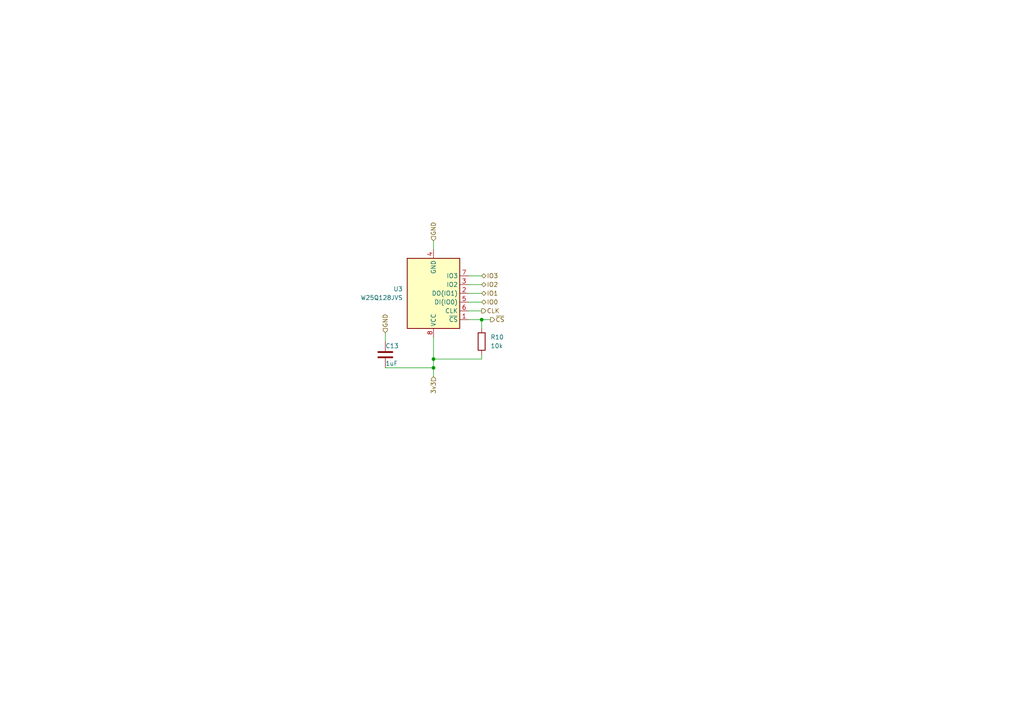
<source format=kicad_sch>
(kicad_sch (version 20230121) (generator eeschema)
  (paper "A4")
  (lib_symbols
    (symbol "Device:C" (pin_numbers hide) (pin_names (offset 0.254))
      (property "Reference" "C" (at 0.635 2.54 0))
      (property "Value" "C" (at 0.635 -2.54 0))
      (symbol "C_0_1"
        (polyline (pts (xy -2.032 -0.762) (xy 2.032 -0.762)) (stroke (width 0.508)))
        (polyline (pts (xy -2.032 0.762) (xy 2.032 0.762)) (stroke (width 0.508)))
      )
      (symbol "C_1_1"
        (pin passive line (at 0 3.81 270) (length 2.794) (name "~") (number "1"))
        (pin passive line (at 0 -3.81 90) (length 2.794) (name "~") (number "2"))
      )
    )
    (symbol "Device:R" (pin_numbers hide) (pin_names (offset 0))
      (property "Reference" "R" (at 2.032 0 90))
      (property "Value" "R" (at 0 0 90))
      (symbol "R_0_1"
        (rectangle (start -1.016 -2.54) (end 1.016 2.54) (stroke (width 0.254)))
      )
      (symbol "R_1_1"
        (pin passive line (at 0 3.81 270) (length 1.27) (name "~") (number "1"))
        (pin passive line (at 0 -3.81 90) (length 1.27) (name "~") (number "2"))
      )
    )
    (symbol "Memory_Flash:W25Q128JVS"
      (property "Reference" "U" (at -8.89 8.89 0))
      (property "Value" "W25Q128JVS" (at 7.62 8.89 0))
      (symbol "W25Q128JVS_0_1"
        (rectangle (start -7.62 10.16) (end 7.62 -10.16) (stroke (width 0.254)) (fill (type background)))
      )
      (symbol "W25Q128JVS_1_1"
        (pin input line (at -10.16 7.62 0) (length 2.54) (name "~{CS}") (number "1"))
        (pin bidirectional line (at -10.16 0 0) (length 2.54) (name "DO(IO1)") (number "2"))
        (pin bidirectional line (at -10.16 -2.54 0) (length 2.54) (name "IO2") (number "3"))
        (pin power_in line (at 0 -12.7 90) (length 2.54) (name "GND") (number "4"))
        (pin bidirectional line (at -10.16 2.54 0) (length 2.54) (name "DI(IO0)") (number "5"))
        (pin input line (at -10.16 5.08 0) (length 2.54) (name "CLK") (number "6"))
        (pin bidirectional line (at -10.16 -5.08 0) (length 2.54) (name "IO3") (number "7"))
        (pin power_in line (at 0 12.7 270) (length 2.54) (name "VCC") (number "8"))
      )
    )
  )
  (junction (at 139.7 92.71))
  (junction (at 125.73 104.14))
  (junction (at 125.73 106.68))
  (wire (pts (xy 139.7 104.14) (xy 125.73 104.14)))
  (wire (pts (xy 139.7 92.71) (xy 139.7 95.25)))
  (wire (pts (xy 135.89 80.01) (xy 139.7 80.01)))
  (wire (pts (xy 135.89 82.55) (xy 139.7 82.55)))
  (wire (pts (xy 111.76 96.52) (xy 111.76 99.06)))
  (wire (pts (xy 135.89 85.09) (xy 139.7 85.09)))
  (wire (pts (xy 125.73 104.14) (xy 125.73 97.79)))
  (wire (pts (xy 135.89 92.71) (xy 139.7 92.71)))
  (wire (pts (xy 135.89 90.17) (xy 139.7 90.17)))
  (wire (pts (xy 125.73 69.85) (xy 125.73 72.39)))
  (wire (pts (xy 139.7 92.71) (xy 142.24 92.71)))
  (wire (pts (xy 135.89 87.63) (xy 139.7 87.63)))
  (wire (pts (xy 125.73 104.14) (xy 125.73 106.68)))
  (wire (pts (xy 139.7 102.87) (xy 139.7 104.14)))
  (wire (pts (xy 111.76 106.68) (xy 125.73 106.68)))
  (wire (pts (xy 125.73 106.68) (xy 125.73 109.22)))
  (hierarchical_label "IO0" (shape bidirectional) (at 139.7 87.63 0))
  (hierarchical_label "IO1" (shape bidirectional) (at 139.7 85.09 0))
  (hierarchical_label "GND" (shape input) (at 125.73 69.85 90))
  (hierarchical_label "~{CS}" (shape output) (at 142.24 92.71 0))
  (hierarchical_label "IO3" (shape bidirectional) (at 139.7 80.01 0))
  (hierarchical_label "3v3" (shape input) (at 125.73 109.22 270))
  (hierarchical_label "GND" (shape input) (at 111.76 96.52 90))
  (hierarchical_label "IO2" (shape bidirectional) (at 139.7 82.55 0))
  (hierarchical_label "CLK" (shape output) (at 139.7 90.17 0))
  (symbol (lib_id "Memory_Flash:W25Q128JVS") (at 125.73 85.09 180) (unit 1)
    (property "Reference" "U3" (at 116.84 83.82 0) (effects (justify left)))
    (property "Value" "W25Q128JVS" (at 116.84 86.36 0) (effects (justify left)))
    (property "Footprint" "Package_SO:SOIC-8_5.23x5.23mm_P1.27mm" (effects hide))
    (property "Datasheet" "http://www.winbond.com/resource-files/w25q128jv_dtr%20revc%2003272018%20plus.pdf" (effects hide))
  )
  (symbol (lib_id "Device:C") (at 111.76 102.87 0) (unit 1)
    (property "Reference" "C13" (at 111.76 100.33 0) (effects (justify left)))
    (property "Value" "1uF" (at 111.76 105.41 0) (effects (justify left)))
    (property "Footprint" "Capacitor_THT:CP_Axial_L10.0mm_D4.5mm_P15.00mm_Horizontal" (effects hide))
    (instances (project "RealP2040" (path "" (reference "C13") (unit 1))) (project "RP2040" (path "" (reference "C13") (unit 1)) (path "" (reference "C15") (unit 1))))
  )
  (symbol (lib_id "Device:R") (at 139.7 99.06 0) (unit 1)
    (property "Reference" "R10" (at 142.24 97.79 0) (effects (justify left)))
    (property "Value" "10k" (at 142.24 100.33 0) (effects (justify left)))
    (property "Footprint" "Resistor_THT:R_Axial_DIN0204_L3.6mm_D1.6mm_P7.62mm_Horizontal" (effects hide))
  )
)
</source>
